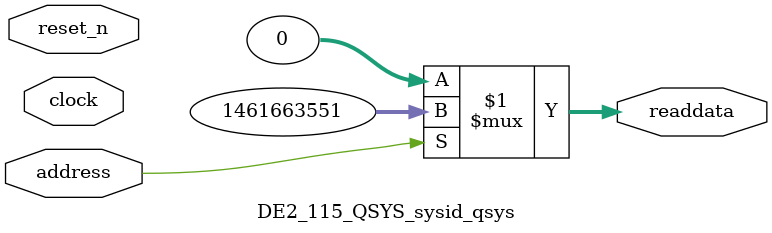
<source format=v>



// synthesis translate_off
`timescale 1ns / 1ps
// synthesis translate_on

// turn off superfluous verilog processor warnings 
// altera message_level Level1 
// altera message_off 10034 10035 10036 10037 10230 10240 10030 

module DE2_115_QSYS_sysid_qsys (
               // inputs:
                address,
                clock,
                reset_n,

               // outputs:
                readdata
             )
;

  output  [ 31: 0] readdata;
  input            address;
  input            clock;
  input            reset_n;

  wire    [ 31: 0] readdata;
  //control_slave, which is an e_avalon_slave
  assign readdata = address ? 1461663551 : 0;

endmodule




</source>
